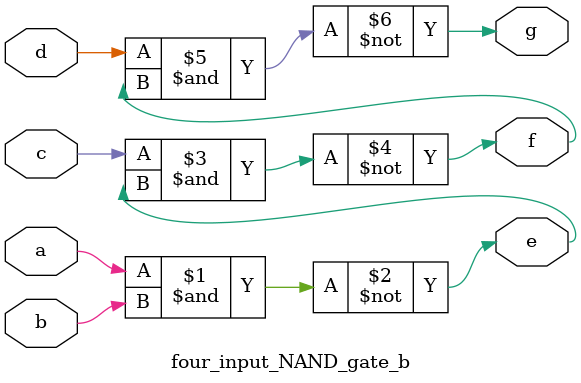
<source format=v>
`timescale 1ns / 1ps


module four_input_NAND_gate_b(
    input a, b, c, d,
    output e, f, g
    );
    assign e = ~(a&b);
    assign f = ~(c&e);
    assign g = ~(d&f);
endmodule

</source>
